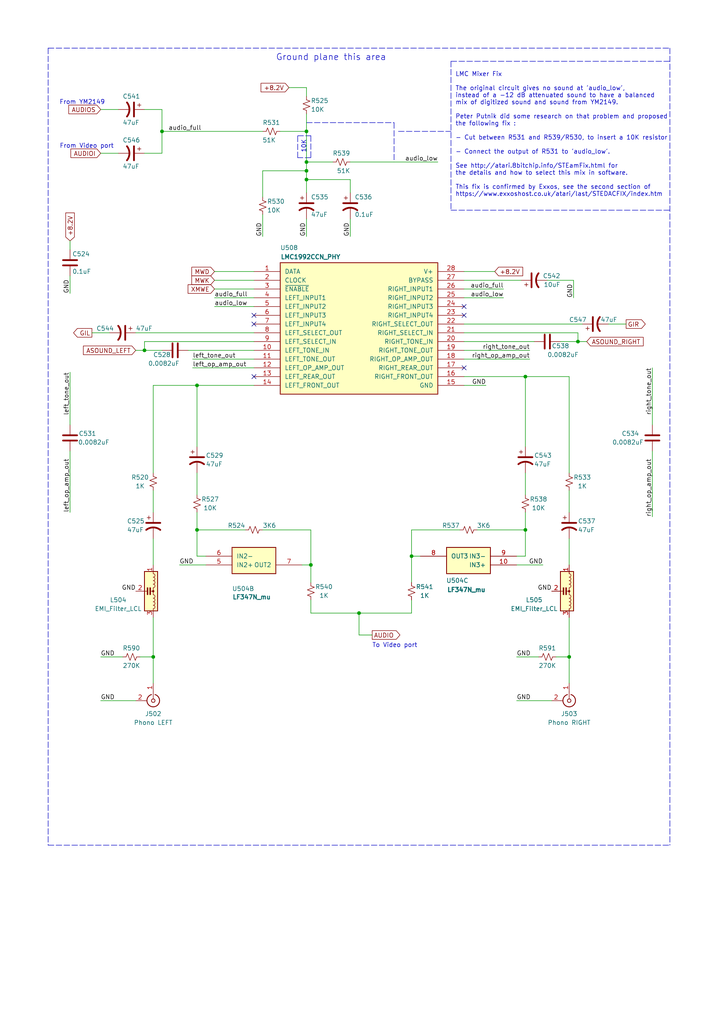
<source format=kicad_sch>
(kicad_sch (version 20230121) (generator eeschema)
  (paper "A4" portrait)
  (title_block (title "Converted schematics of Atari STE") (date "2021-08-31") (rev "1.0.0") (comment 1 "Reference : C300780-001"))
  (lib_symbols
    (symbol "Connector:Conn_Coaxial" (pin_names (offset 1.016) hide)
      (property "Reference" "J" (at 0.254 3.048 0))
      (property "Value" "Conn_Coaxial" (at 2.921 0 90))
      (symbol "Conn_Coaxial_0_1"
        (arc (start -1.778 -0.508) (mid 0.2311 -1.8066) (end 1.778 0) (stroke (width 0.254)))
        (polyline (pts (xy -2.54 0) (xy -0.508 0)))
        (polyline (pts (xy 0 -2.54) (xy 0 -1.778)))
        (circle (center 0 0) (radius 0.508) (stroke (width 0.2032)))
        (arc (start 1.778 0) (mid 0.2099 1.8101) (end -1.778 0.508) (stroke (width 0.254)))
      )
      (symbol "Conn_Coaxial_1_1"
        (pin passive line (at -5.08 0 0) (length 2.54) (name "In") (number "1"))
        (pin passive line (at 0 -5.08 90) (length 2.54) (name "Ext") (number "2"))
      )
    )
    (symbol "Device:C" (pin_numbers hide) (pin_names (offset 0.254))
      (property "Reference" "C" (at 0.635 2.54 0))
      (property "Value" "C" (at 0.635 -2.54 0))
      (symbol "C_0_1"
        (polyline (pts (xy -2.032 -0.762) (xy 2.032 -0.762)) (stroke (width 0.508)))
        (polyline (pts (xy -2.032 0.762) (xy 2.032 0.762)) (stroke (width 0.508)))
      )
      (symbol "C_1_1"
        (pin passive line (at 0 3.81 270) (length 2.794) (name "~") (number "1"))
        (pin passive line (at 0 -3.81 90) (length 2.794) (name "~") (number "2"))
      )
    )
    (symbol "Device:CP1" (pin_numbers hide) (pin_names (offset 0.254) hide)
      (property "Reference" "C" (at 0.635 2.54 0))
      (property "Value" "Device_CP1" (at 0.635 -2.54 0))
      (symbol "CP1_0_1"
        (polyline (pts (xy -2.032 0.762) (xy 2.032 0.762)) (stroke (width 0.508)))
        (polyline (pts (xy -1.778 2.286) (xy -0.762 2.286)))
        (polyline (pts (xy -1.27 1.778) (xy -1.27 2.794)))
        (arc (start 2.032 -1.27) (mid 0 -0.5572) (end -2.032 -1.27) (stroke (width 0.508)))
      )
      (symbol "CP1_1_1"
        (pin passive line (at 0 3.81 270) (length 2.794) (name "~") (number "1"))
        (pin passive line (at 0 -3.81 90) (length 3.302) (name "~") (number "2"))
      )
    )
    (symbol "Device:EMI_Filter_LCL" (pin_names (offset 0.254) hide)
      (property "Reference" "FL" (at 0 6.985 0))
      (property "Value" "Device_EMI_Filter_LCL" (at 0 5.08 0))
      (symbol "EMI_Filter_LCL_0_1"
        (rectangle (start -5.715 3.81) (end 5.715 0) (stroke (width 0.254)) (fill (type background)))
        (arc (start -4.064 2.54) (mid -4.572 3.0457) (end -5.08 2.54))
        (arc (start -3.048 2.54) (mid -3.556 3.0457) (end -4.064 2.54))
        (arc (start -2.032 2.54) (mid -2.54 3.0457) (end -3.048 2.54))
        (rectangle (start -1.016 0.762) (end 1.016 1.016) (fill (type outline)))
        (arc (start -1.016 2.54) (mid -1.524 3.0457) (end -2.032 2.54))
        (polyline (pts (xy -1.016 2.54) (xy 1.016 2.54)))
        (polyline (pts (xy 0 0.762) (xy 0 0)))
        (polyline (pts (xy 0 2.54) (xy 0 1.778)))
        (circle (center 0 2.54) (radius 0.254) (fill (type outline)))
        (rectangle (start 1.016 1.524) (end -1.016 1.778) (fill (type outline)))
        (arc (start 2.032 2.54) (mid 1.524 3.0457) (end 1.016 2.54))
        (arc (start 3.048 2.54) (mid 2.54 3.0457) (end 2.032 2.54))
        (arc (start 4.064 2.54) (mid 3.556 3.0457) (end 3.048 2.54))
        (arc (start 5.08 2.54) (mid 4.572 3.0457) (end 4.064 2.54))
      )
      (symbol "EMI_Filter_LCL_1_1"
        (pin passive line (at -7.62 2.54 0) (length 2.54) (name "1") (number "1"))
        (pin passive line (at 0 -2.54 90) (length 2.54) (name "2") (number "2"))
        (pin passive line (at 7.62 2.54 180) (length 2.54) (name "3") (number "3"))
      )
    )
    (symbol "Device:R_Small_US" (pin_numbers hide) (pin_names (offset 0.254) hide)
      (property "Reference" "R" (at 0.762 0.508 0))
      (property "Value" "R_Small_US" (at 0.762 -1.016 0))
      (symbol "R_Small_US_1_1"
        (polyline (pts (xy 0 0) (xy 1.016 -0.381) (xy 0 -0.762) (xy -1.016 -1.143) (xy 0 -1.524)))
        (polyline (pts (xy 0 1.524) (xy 1.016 1.143) (xy 0 0.762) (xy -1.016 0.381) (xy 0 0)))
        (pin passive line (at 0 2.54 270) (length 1.016) (name "~") (number "1"))
        (pin passive line (at 0 -2.54 90) (length 1.016) (name "~") (number "2"))
      )
    )
    (symbol "lf347:LF347N_mu" (pin_names (offset 1.27))
      (property "Reference" "U" (at 0 0 0))
      (property "Value" "LF347N_mu" (at 0 0 0))
      (symbol "LF347N_mu_1_0"
        (rectangle (start -6.35 0) (end 6.35 -7.62) (stroke (width 0.254)) (fill (type background)))
        (text "Operational Amplifier 1" (at -12.7 2.54 0) (effects (font (size 1.27 1.27)) (justify left top)))
        (pin output line (at 13.97 -2.54 180) (length 7.62) (name "OUT1") (number "1"))
        (pin input line (at -13.97 -2.54 0) (length 7.62) (name "IN1-") (number "2"))
        (pin input line (at -13.97 -5.08 0) (length 7.62) (name "IN1+") (number "3"))
      )
      (symbol "LF347N_mu_2_0"
        (rectangle (start -6.35 0) (end 6.35 -7.62) (stroke (width 0.254)) (fill (type background)))
        (text "Operational Amplifier 2" (at -12.7 2.54 0) (effects (font (size 1.27 1.27)) (justify left top)))
        (pin input line (at -13.97 -2.54 0) (length 7.62) (name "IN2+") (number "5"))
        (pin input line (at -13.97 -5.08 0) (length 7.62) (name "IN2-") (number "6"))
        (pin output line (at 13.97 -2.54 180) (length 7.62) (name "OUT2") (number "7"))
      )
      (symbol "LF347N_mu_3_0"
        (rectangle (start -6.35 0) (end 6.35 -7.62) (stroke (width 0.254)) (fill (type background)))
        (text "Operational Amplifier 3" (at -12.7 2.54 0) (effects (font (size 1.27 1.27)) (justify left top)))
        (pin input line (at -13.97 -5.08 0) (length 7.62) (name "IN3+") (number "10"))
        (pin output line (at 13.97 -2.54 180) (length 7.62) (name "OUT3") (number "8"))
        (pin input line (at -13.97 -2.54 0) (length 7.62) (name "IN3-") (number "9"))
      )
      (symbol "LF347N_mu_4_0"
        (rectangle (start -6.35 0) (end 6.35 -7.62) (stroke (width 0.254)) (fill (type background)))
        (text "Operational Amplifier 4" (at -12.7 2.54 0) (effects (font (size 1.27 1.27)) (justify left top)))
        (pin input line (at -13.97 -2.54 0) (length 7.62) (name "IN4+") (number "12"))
        (pin input line (at -13.97 -5.08 0) (length 7.62) (name "IN4-") (number "13"))
        (pin output line (at 13.97 -2.54 180) (length 7.62) (name "OUT4") (number "14"))
      )
      (symbol "LF347N_mu_5_0"
        (rectangle (start -2.54 0) (end 2.54 -7.62) (stroke (width 0.254)) (fill (type background)))
        (text "Voltage reference" (at -12.7 2.54 0) (effects (font (size 1.27 1.27)) (justify left top)))
        (pin input line (at -10.16 -5.08 0) (length 7.62) (name "V-") (number "11"))
        (pin input line (at -10.16 -2.54 0) (length 7.62) (name "V+") (number "4"))
      )
      (symbol "LF347N_mu_6_0"
        (rectangle (start -1.27 0) (end 1.27 -2.54) (stroke (width 0.254)) (fill (type background)))
        (text "Power supply" (at -12.7 2.54 0) (effects (font (size 1.27 1.27)) (justify left top)))
      )
    )
    (symbol "lmc1992:LMC1992CCN_PHY" (pin_names (offset 1.27))
      (property "Reference" "U" (at 0 0 0))
      (property "Value" "LMC1992CCN_PHY" (at 0 0 0))
      (symbol "LMC1992CCN_PHY_0_0"
        (rectangle (start -22.86 19.05) (end 22.86 -19.05) (stroke (width 0.254)) (fill (type background)))
        (pin input line (at -30.48 16.51 0) (length 7.62) (name "DATA") (number "1"))
        (pin input line (at -30.48 -6.35 0) (length 7.62) (name "LEFT_TONE_IN") (number "10"))
        (pin output line (at -30.48 -8.89 0) (length 7.62) (name "LEFT_TONE_OUT") (number "11"))
        (pin output line (at -30.48 -11.43 0) (length 7.62) (name "LEFT_OP_AMP_OUT") (number "12"))
        (pin output line (at -30.48 -13.97 0) (length 7.62) (name "LEFT_REAR_OUT") (number "13"))
        (pin output line (at -30.48 -16.51 0) (length 7.62) (name "LEFT_FRONT_OUT") (number "14"))
        (pin power_in line (at 30.48 -16.51 180) (length 7.62) (name "GND") (number "15"))
        (pin output line (at 30.48 -13.97 180) (length 7.62) (name "RIGHT_FRONT_OUT") (number "16"))
        (pin output line (at 30.48 -11.43 180) (length 7.62) (name "RIGHT_REAR_OUT") (number "17"))
        (pin output line (at 30.48 -8.89 180) (length 7.62) (name "RIGHT_OP_AMP_OUT") (number "18"))
        (pin output line (at 30.48 -6.35 180) (length 7.62) (name "RIGHT_TONE_OUT") (number "19"))
        (pin input line (at -30.48 13.97 0) (length 7.62) (name "CLOCK") (number "2"))
        (pin input line (at 30.48 -3.81 180) (length 7.62) (name "RIGHT_TONE_IN") (number "20"))
        (pin input line (at 30.48 -1.27 180) (length 7.62) (name "RIGHT_SELECT_IN") (number "21"))
        (pin output line (at 30.48 1.27 180) (length 7.62) (name "RIGHT_SELECT_OUT") (number "22"))
        (pin input line (at 30.48 3.81 180) (length 7.62) (name "RIGHT_INPUT4") (number "23"))
        (pin input line (at 30.48 6.35 180) (length 7.62) (name "RIGHT_INPUT3") (number "24"))
        (pin input line (at 30.48 8.89 180) (length 7.62) (name "RIGHT_INPUT2") (number "25"))
        (pin input line (at 30.48 11.43 180) (length 7.62) (name "RIGHT_INPUT1") (number "26"))
        (pin input line (at 30.48 13.97 180) (length 7.62) (name "BYPASS") (number "27"))
        (pin power_in line (at 30.48 16.51 180) (length 7.62) (name "V+") (number "28"))
        (pin input line (at -30.48 11.43 0) (length 7.62) (name "~{ENABLE}") (number "3"))
        (pin input line (at -30.48 8.89 0) (length 7.62) (name "LEFT_INPUT1") (number "4"))
        (pin input line (at -30.48 6.35 0) (length 7.62) (name "LEFT_INPUT2") (number "5"))
        (pin input line (at -30.48 3.81 0) (length 7.62) (name "LEFT_INPUT3") (number "6"))
        (pin input line (at -30.48 1.27 0) (length 7.62) (name "LEFT_INPUT4") (number "7"))
        (pin output line (at -30.48 -1.27 0) (length 7.62) (name "LEFT_SELECT_OUT") (number "8"))
        (pin input line (at -30.48 -3.81 0) (length 7.62) (name "LEFT_SELECT_IN") (number "9"))
      )
    )
  )
  (junction (at 119.38 161.29))
  (junction (at 167.64 99.06))
  (junction (at 57.15 153.67))
  (junction (at 44.45 190.5))
  (junction (at 88.9 49.53))
  (junction (at 152.4 109.22))
  (junction (at 88.9 52.07))
  (junction (at 104.14 177.8))
  (junction (at 88.9 38.1))
  (junction (at 152.4 153.67))
  (junction (at 88.9 46.99))
  (junction (at 41.91 101.6))
  (junction (at 90.17 163.83))
  (junction (at 165.1 190.5))
  (junction (at 46.99 38.1))
  (junction (at 57.15 111.76))
  (no_connect (at 73.66 109.22))
  (no_connect (at 73.66 93.98))
  (no_connect (at 134.62 91.44))
  (no_connect (at 134.62 88.9))
  (no_connect (at 73.66 91.44))
  (no_connect (at 134.62 106.68))
  (wire (pts (xy 41.91 101.6) (xy 41.91 99.06)))
  (wire (pts (xy 156.21 190.5) (xy 149.86 190.5)))
  (wire (pts (xy 88.9 49.53) (xy 88.9 52.07)))
  (wire (pts (xy 162.56 99.06) (xy 167.64 99.06)))
  (wire (pts (xy 20.32 80.01) (xy 20.32 85.09)))
  (wire (pts (xy 165.1 142.24) (xy 165.1 148.59)))
  (wire (pts (xy 88.9 33.02) (xy 88.9 38.1)))
  (wire (pts (xy 88.9 46.99) (xy 88.9 49.53)))
  (wire (pts (xy 134.62 109.22) (xy 152.4 109.22)))
  (wire (pts (xy 134.62 86.36) (xy 146.05 86.36)))
  (wire (pts (xy 57.15 137.16) (xy 57.15 143.51)))
  (wire (pts (xy 165.1 190.5) (xy 165.1 198.12)))
  (wire (pts (xy 165.1 156.21) (xy 165.1 163.83)))
  (wire (pts (xy 83.82 25.4) (xy 88.9 25.4)))
  (wire (pts (xy 73.66 101.6) (xy 54.61 101.6)))
  (wire (pts (xy 44.45 111.76) (xy 57.15 111.76)))
  (wire (pts (xy 134.62 99.06) (xy 154.94 99.06)))
  (polyline (pts (xy 13.97 245.11) (xy 194.31 245.11)) (stroke (width 0) (type dash)))
  (wire (pts (xy 55.88 106.68) (xy 73.66 106.68)))
  (wire (pts (xy 76.2 153.67) (xy 90.17 153.67)))
  (wire (pts (xy 104.14 177.8) (xy 104.14 184.15)))
  (polyline (pts (xy 86.36 39.37) (xy 90.17 39.37)) (stroke (width 0) (type dash)))
  (wire (pts (xy 62.23 88.9) (xy 73.66 88.9)))
  (wire (pts (xy 62.23 81.28) (xy 73.66 81.28)))
  (wire (pts (xy 152.4 148.59) (xy 152.4 153.67)))
  (wire (pts (xy 39.37 96.52) (xy 73.66 96.52)))
  (polyline (pts (xy 194.31 13.97) (xy 194.31 245.11)) (stroke (width 0) (type dash)))
  (wire (pts (xy 88.9 27.94) (xy 88.9 25.4)))
  (polyline (pts (xy 114.3 35.56) (xy 114.3 46.99)) (stroke (width 0) (type dash)))
  (polyline (pts (xy 88.9 35.56) (xy 114.3 35.56)) (stroke (width 0) (type dash)))
  (polyline (pts (xy 13.97 13.97) (xy 194.31 13.97)) (stroke (width 0) (type dash)))
  (wire (pts (xy 88.9 38.1) (xy 88.9 46.99)))
  (polyline (pts (xy 86.36 45.72) (xy 86.36 39.37)) (stroke (width 0) (type dash)))
  (wire (pts (xy 119.38 173.99) (xy 119.38 177.8)))
  (wire (pts (xy 152.4 137.16) (xy 152.4 143.51)))
  (wire (pts (xy 88.9 46.99) (xy 96.52 46.99)))
  (polyline (pts (xy 90.17 39.37) (xy 90.17 45.72)) (stroke (width 0) (type dash)))
  (wire (pts (xy 20.32 148.59) (xy 20.32 130.81)))
  (polyline (pts (xy 90.17 45.72) (xy 86.36 45.72)) (stroke (width 0) (type dash)))
  (wire (pts (xy 44.45 111.76) (xy 44.45 137.16)))
  (wire (pts (xy 166.37 81.28) (xy 158.75 81.28)))
  (wire (pts (xy 101.6 68.58) (xy 101.6 63.5)))
  (wire (pts (xy 90.17 153.67) (xy 90.17 163.83)))
  (wire (pts (xy 152.4 109.22) (xy 165.1 109.22)))
  (wire (pts (xy 134.62 81.28) (xy 151.13 81.28)))
  (wire (pts (xy 44.45 190.5) (xy 44.45 198.12)))
  (wire (pts (xy 26.67 96.52) (xy 31.75 96.52)))
  (wire (pts (xy 160.02 203.2) (xy 149.86 203.2)))
  (wire (pts (xy 88.9 68.58) (xy 88.9 63.5)))
  (wire (pts (xy 134.62 96.52) (xy 167.64 96.52)))
  (wire (pts (xy 57.15 111.76) (xy 73.66 111.76)))
  (wire (pts (xy 46.99 38.1) (xy 46.99 44.45)))
  (wire (pts (xy 46.99 38.1) (xy 76.2 38.1)))
  (wire (pts (xy 121.92 161.29) (xy 119.38 161.29)))
  (wire (pts (xy 134.62 93.98) (xy 168.91 93.98)))
  (wire (pts (xy 90.17 173.99) (xy 90.17 177.8)))
  (wire (pts (xy 134.62 101.6) (xy 153.67 101.6)))
  (polyline (pts (xy 130.81 60.96) (xy 194.31 60.96)) (stroke (width 0) (type dash)))
  (wire (pts (xy 134.62 104.14) (xy 153.67 104.14)))
  (wire (pts (xy 35.56 190.5) (xy 29.21 190.5)))
  (wire (pts (xy 119.38 153.67) (xy 119.38 161.29)))
  (wire (pts (xy 40.64 190.5) (xy 44.45 190.5)))
  (wire (pts (xy 29.21 31.75) (xy 34.29 31.75)))
  (wire (pts (xy 90.17 163.83) (xy 90.17 168.91)))
  (wire (pts (xy 62.23 78.74) (xy 73.66 78.74)))
  (wire (pts (xy 104.14 184.15) (xy 107.95 184.15)))
  (wire (pts (xy 134.62 78.74) (xy 143.51 78.74)))
  (wire (pts (xy 44.45 142.24) (xy 44.45 148.59)))
  (wire (pts (xy 62.23 83.82) (xy 73.66 83.82)))
  (polyline (pts (xy 130.81 17.78) (xy 194.31 17.78)) (stroke (width 0) (type dash)))
  (wire (pts (xy 41.91 44.45) (xy 46.99 44.45)))
  (wire (pts (xy 39.37 101.6) (xy 41.91 101.6)))
  (wire (pts (xy 119.38 153.67) (xy 133.35 153.67)))
  (wire (pts (xy 101.6 46.99) (xy 127 46.99)))
  (wire (pts (xy 90.17 177.8) (xy 104.14 177.8)))
  (polyline (pts (xy 115.57 38.1) (xy 130.81 38.1)) (stroke (width 0) (type dash)))
  (wire (pts (xy 57.15 111.76) (xy 57.15 129.54)))
  (wire (pts (xy 76.2 49.53) (xy 88.9 49.53)))
  (wire (pts (xy 134.62 83.82) (xy 146.05 83.82)))
  (wire (pts (xy 88.9 52.07) (xy 101.6 52.07)))
  (wire (pts (xy 20.32 123.19) (xy 20.32 107.95)))
  (wire (pts (xy 152.4 109.22) (xy 152.4 129.54)))
  (wire (pts (xy 138.43 153.67) (xy 152.4 153.67)))
  (wire (pts (xy 167.64 96.52) (xy 167.64 99.06)))
  (wire (pts (xy 20.32 72.39) (xy 20.32 69.85)))
  (polyline (pts (xy 13.97 13.97) (xy 13.97 245.11)) (stroke (width 0) (type dash)))
  (wire (pts (xy 29.21 44.45) (xy 34.29 44.45)))
  (wire (pts (xy 81.28 38.1) (xy 88.9 38.1)))
  (wire (pts (xy 76.2 49.53) (xy 76.2 57.15)))
  (wire (pts (xy 46.99 31.75) (xy 46.99 38.1)))
  (wire (pts (xy 157.48 163.83) (xy 149.86 163.83)))
  (wire (pts (xy 88.9 52.07) (xy 88.9 55.88)))
  (wire (pts (xy 57.15 153.67) (xy 57.15 161.29)))
  (wire (pts (xy 161.29 190.5) (xy 165.1 190.5)))
  (wire (pts (xy 152.4 153.67) (xy 152.4 161.29)))
  (wire (pts (xy 104.14 177.8) (xy 119.38 177.8)))
  (wire (pts (xy 101.6 52.07) (xy 101.6 55.88)))
  (wire (pts (xy 44.45 179.07) (xy 44.45 190.5)))
  (wire (pts (xy 57.15 153.67) (xy 71.12 153.67)))
  (wire (pts (xy 39.37 203.2) (xy 29.21 203.2)))
  (wire (pts (xy 41.91 31.75) (xy 46.99 31.75)))
  (wire (pts (xy 134.62 111.76) (xy 140.97 111.76)))
  (wire (pts (xy 165.1 109.22) (xy 165.1 137.16)))
  (wire (pts (xy 166.37 86.36) (xy 166.37 81.28)))
  (wire (pts (xy 165.1 179.07) (xy 165.1 190.5)))
  (wire (pts (xy 76.2 62.23) (xy 76.2 68.58)))
  (wire (pts (xy 181.61 93.98) (xy 176.53 93.98)))
  (wire (pts (xy 189.23 106.68) (xy 189.23 123.19)))
  (wire (pts (xy 57.15 161.29) (xy 59.69 161.29)))
  (wire (pts (xy 57.15 148.59) (xy 57.15 153.67)))
  (wire (pts (xy 41.91 99.06) (xy 73.66 99.06)))
  (wire (pts (xy 149.86 161.29) (xy 152.4 161.29)))
  (wire (pts (xy 41.91 101.6) (xy 46.99 101.6)))
  (wire (pts (xy 119.38 161.29) (xy 119.38 168.91)))
  (wire (pts (xy 52.07 163.83) (xy 59.69 163.83)))
  (wire (pts (xy 90.17 163.83) (xy 87.63 163.83)))
  (wire (pts (xy 189.23 130.81) (xy 189.23 149.86)))
  (wire (pts (xy 167.64 99.06) (xy 170.18 99.06)))
  (wire (pts (xy 55.88 104.14) (xy 73.66 104.14)))
  (polyline (pts (xy 130.81 17.78) (xy 130.81 60.96)) (stroke (width 0) (type dash)))
  (wire (pts (xy 62.23 86.36) (xy 73.66 86.36)))
  (wire (pts (xy 44.45 156.21) (xy 44.45 163.83)))
  (text "LMC Mixer Fix\n\nThe original circuit gives no sound at 'audio_low',\ninstead of a -12 dB attenuated sound to have a balanced\nmix of digitized sound and sound from YM2149.\n\nPeter Putnik did some research on that problem and proposed \nthe following fix :\n\n- Cut between R531 and R539/R530, to insert a 10K resistor\n  \n- Connect the output of R531 to 'audio_low'. \n\nSee http://atari.8bitchip.info/STEamFix.html for \nthe details and how to select this mix in software.\n\nThis fix is confirmed by Exxos, see the second section of\nhttps://www.exxoshost.co.uk/atari/last/STEDACFIX/index.htm\n" (at 132.08 57.15 0) (effects (font (size 1.27 1.27)) (justify left bottom)))
  (text "From YM2149" (at 30.48 30.48 0) (effects (font (size 1.27 1.27)) (justify right bottom)))
  (text "To Video port" (at 107.95 187.96 0) (effects (font (size 1.27 1.27)) (justify left bottom)))
  (text "Ground plane this area" (at 80.01 17.78 0) (effects (font (size 1.8034 1.8034)) (justify left bottom)))
  (text "From Video port" (at 33.02 43.18 0) (effects (font (size 1.27 1.27)) (justify right bottom)))
  (text "10K" (at 88.9 44.45 90) (effects (font (size 1.27 1.27)) (justify left bottom)))
  (label "GND" (at 39.37 171.45 180))
  (label "GND" (at 140.97 111.76 180))
  (label "GND" (at 149.86 190.5 0))
  (label "left_op_amp_out" (at 55.88 106.68 0))
  (label "audio_full" (at 58.42 38.1 180))
  (label "audio_low" (at 127 46.99 180))
  (label "GND" (at 101.6 68.58 90))
  (label "GND" (at 29.21 203.2 0))
  (label "GND" (at 157.48 163.83 180))
  (label "GND" (at 88.9 68.58 90))
  (label "GND" (at 149.86 203.2 0))
  (label "GND" (at 166.37 86.36 90))
  (label "GND" (at 29.21 190.5 0))
  (label "GND" (at 52.07 163.83 0))
  (label "left_op_amp_out" (at 20.32 148.59 90))
  (label "left_tone_out" (at 55.88 104.14 0))
  (label "audio_full" (at 62.23 86.36 0))
  (label "audio_low" (at 62.23 88.9 0))
  (label "left_tone_out" (at 20.32 107.95 270))
  (label "audio_low" (at 146.05 86.36 180))
  (label "right_op_amp_out" (at 189.23 149.86 90))
  (label "audio_full" (at 146.05 83.82 180))
  (label "right_tone_out" (at 153.67 101.6 180))
  (label "GND" (at 20.32 85.09 90))
  (label "right_op_amp_out" (at 153.67 104.14 180))
  (label "right_tone_out" (at 189.23 106.68 270))
  (label "GND" (at 160.02 171.45 180))
  (label "GND" (at 76.2 68.58 90))
  (global_label "+8.2V" (shape input) (at 143.51 78.74 0) (property "Intersheetrefs" "${INTERSHEET_REFS}" (effects hide)))
  (global_label "AUDIO" (shape output) (at 107.95 184.15 0) (property "Intersheetrefs" "${INTERSHEET_REFS}" (effects hide)))
  (global_label "XMWE" (shape input) (at 62.23 83.82 180) (property "Intersheetrefs" "${INTERSHEET_REFS}" (effects hide)))
  (global_label "AUDIOS" (shape input) (at 29.21 31.75 180) (property "Intersheetrefs" "${INTERSHEET_REFS}" (effects hide)))
  (global_label "+8.2V" (shape input) (at 83.82 25.4 180) (property "Intersheetrefs" "${INTERSHEET_REFS}" (effects hide)))
  (global_label "AUDIOI" (shape input) (at 29.21 44.45 180) (property "Intersheetrefs" "${INTERSHEET_REFS}" (effects hide)))
  (global_label "+8.2V" (shape input) (at 20.32 69.85 90) (property "Intersheetrefs" "${INTERSHEET_REFS}" (effects hide)))
  (global_label "GIR" (shape output) (at 181.61 93.98 0) (property "Intersheetrefs" "${INTERSHEET_REFS}" (effects hide)))
  (global_label "ASOUND_LEFT" (shape input) (at 39.37 101.6 180) (property "Intersheetrefs" "${INTERSHEET_REFS}" (effects hide)))
  (global_label "GIL" (shape output) (at 26.67 96.52 180) (property "Intersheetrefs" "${INTERSHEET_REFS}" (effects hide)))
  (global_label "MWK" (shape input) (at 62.23 81.28 180) (property "Intersheetrefs" "${INTERSHEET_REFS}" (effects hide)))
  (global_label "ASOUND_RIGHT" (shape input) (at 170.18 99.06 0) (property "Intersheetrefs" "${INTERSHEET_REFS}" (effects hide)))
  (global_label "MWD" (shape input) (at 62.23 78.74 180) (property "Intersheetrefs" "${INTERSHEET_REFS}" (effects hide)))
  (symbol (lib_id "lmc1992:LMC1992CCN_PHY") (at 104.14 95.25 0) (unit 1)
    (property "Reference" "U508" (at 81.28 71.12 0) (effects (justify left top)))
    (property "Value" "LMC1992CCN_PHY" (at 81.28 73.66 0) (effects (font bold) (justify left top)))
    (property "Footprint" "Package_DIP:DIP-28_W15.24mm_LongPads" (effects hide))
  )
  (symbol (lib_id "Device:CP1") (at 88.9 59.69 0) (unit 1)
    (property "Reference" "C535" (at 90.17 57.15 0) (effects (justify left)))
    (property "Value" "47uF" (at 90.17 62.23 0) (effects (justify left)))
    (property "Footprint" "commons_passives_THT:Passive_THT_capacitor_polarized_W6.35mm_L20.32mm" (effects hide))
  )
  (symbol (lib_id "Device:R_Small_US") (at 76.2 59.69 0) (unit 1)
    (property "Reference" "R530" (at 77.47 58.42 0) (effects (justify left)))
    (property "Value" "10K" (at 77.47 60.96 0) (effects (justify left)))
    (property "Footprint" "commons_passives_THT:Passive_THT_resistor_W2.54mm_L12.70mm" (effects hide))
  )
  (symbol (lib_id "Device:CP1") (at 101.6 59.69 0) (unit 1)
    (property "Reference" "C536" (at 102.87 57.15 0) (effects (justify left)))
    (property "Value" "0.1uF" (at 102.87 62.23 0) (effects (justify left)))
    (property "Footprint" "commons_passives_THT:Passive_THT_capacitor_mlcc_W2.54mm_L7.62mm" (effects hide))
  )
  (symbol (lib_id "Device:CP1") (at 38.1 31.75 270) (unit 1)
    (property "Reference" "C541" (at 35.56 27.94 90) (effects (justify left)))
    (property "Value" "47uF" (at 35.56 35.56 90) (effects (justify left)))
    (property "Footprint" "commons_passives_THT:Passive_THT_capacitor_polarized_W6.35mm_L20.32mm" (effects hide))
  )
  (symbol (lib_id "Device:CP1") (at 38.1 44.45 270) (unit 1)
    (property "Reference" "C546" (at 35.56 40.64 90) (effects (justify left)))
    (property "Value" "47uF" (at 35.56 48.26 90) (effects (justify left)))
    (property "Footprint" "commons_passives_THT:Passive_THT_capacitor_polarized_W6.35mm_L20.32mm" (effects hide))
  )
  (symbol (lib_id "Device:CP1") (at 35.56 96.52 270) (unit 1)
    (property "Reference" "C544" (at 27.94 95.25 90) (effects (justify left)))
    (property "Value" "47uF" (at 39.37 95.25 90) (effects (justify left)))
    (property "Footprint" "commons_passives_THT:Passive_THT_capacitor_polarized_W6.35mm_L20.32mm" (effects hide))
  )
  (symbol (lib_id "Device:CP1") (at 172.72 93.98 90) (unit 1)
    (property "Reference" "C547" (at 170.18 92.71 90) (effects (justify left)))
    (property "Value" "47uF" (at 179.07 92.71 90) (effects (justify left)))
    (property "Footprint" "commons_passives_THT:Passive_THT_capacitor_polarized_W6.35mm_L20.32mm" (effects hide))
  )
  (symbol (lib_id "Device:R_Small_US") (at 88.9 30.48 0) (unit 1)
    (property "Reference" "R525" (at 90.17 29.21 0) (effects (justify left)))
    (property "Value" "10K" (at 90.17 31.75 0) (effects (justify left)))
    (property "Footprint" "commons_passives_THT:Passive_THT_resistor_W2.54mm_L12.70mm" (effects hide))
  )
  (symbol (lib_id "Device:R_Small_US") (at 78.74 38.1 90) (unit 1)
    (property "Reference" "R531" (at 81.28 35.56 90) (effects (justify left)))
    (property "Value" "51K" (at 80.01 40.64 90) (effects (justify left)))
    (property "Footprint" "commons_passives_THT:Passive_THT_resistor_W2.54mm_L12.70mm" (effects hide))
  )
  (symbol (lib_id "Device:R_Small_US") (at 99.06 46.99 90) (unit 1)
    (property "Reference" "R539" (at 101.6 44.45 90) (effects (justify left)))
    (property "Value" "51K" (at 101.6 49.53 90) (effects (justify left)))
    (property "Footprint" "commons_passives_THT:Passive_THT_resistor_W2.54mm_L12.70mm" (effects hide))
  )
  (symbol (lib_id "Device:C") (at 50.8 101.6 90) (unit 1)
    (property "Reference" "C528" (at 49.53 102.87 90) (effects (justify left)))
    (property "Value" "0.0082uF" (at 52.07 105.41 90) (effects (justify left)))
    (property "Footprint" "commons_passives_THT:Passive_THT_capacitor_mlcc_W2.54mm_L10.16mm" (effects hide))
  )
  (symbol (lib_id "Device:C") (at 20.32 127 180) (unit 1)
    (property "Reference" "C531" (at 27.94 125.73 0) (effects (justify left)))
    (property "Value" "0.0082uF" (at 31.75 128.27 0) (effects (justify left)))
    (property "Footprint" "commons_passives_THT:Passive_THT_capacitor_mlcc_W2.54mm_L10.16mm" (effects hide))
  )
  (symbol (lib_id "Device:C") (at 189.23 127 180) (unit 1)
    (property "Reference" "C534" (at 185.42 125.73 0) (effects (justify left)))
    (property "Value" "0.0082uF" (at 186.69 128.27 0) (effects (justify left)))
    (property "Footprint" "commons_passives_THT:Passive_THT_capacitor_mlcc_W2.54mm_L10.16mm" (effects hide))
  )
  (symbol (lib_id "Device:C") (at 158.75 99.06 270) (unit 1)
    (property "Reference" "C538" (at 160.02 100.33 90) (effects (justify left)))
    (property "Value" "0.0082uF" (at 158.75 102.87 90) (effects (justify left)))
    (property "Footprint" "commons_passives_THT:Passive_THT_capacitor_mlcc_W2.54mm_L10.16mm" (effects hide))
  )
  (symbol (lib_id "Device:C") (at 20.32 76.2 0) (unit 1)
    (property "Reference" "C524" (at 20.955 73.66 0) (effects (justify left)))
    (property "Value" "0.1uF" (at 20.955 78.74 0) (effects (justify left)))
    (property "Footprint" "commons_passives_THT:Passive_THT_capacitor_mlcc_W2.54mm_L7.62mm" (effects hide))
  )
  (symbol (lib_id "Device:R_Small_US") (at 44.45 139.7 180) (unit 1)
    (property "Reference" "R520" (at 40.64 138.43 0))
    (property "Value" "1K" (at 40.64 140.97 0))
    (property "Footprint" "commons_passives_THT:Passive_THT_resistor_W2.54mm_L12.70mm" (effects hide))
  )
  (symbol (lib_id "Device:CP1") (at 44.45 152.4 0) (unit 1)
    (property "Reference" "C525" (at 36.83 151.13 0) (effects (justify left)))
    (property "Value" "47uF" (at 36.83 153.67 0) (effects (justify left)))
    (property "Footprint" "commons_passives_THT:Passive_THT_capacitor_polarized_W6.35mm_L20.32mm" (effects hide))
  )
  (symbol (lib_id "Device:EMI_Filter_LCL") (at 41.91 171.45 270) (unit 1)
    (property "Reference" "L504" (at 34.29 173.99 90))
    (property "Value" "EMI_Filter_LCL" (at 34.29 176.53 90))
    (property "Footprint" "commons_passives_THT:Passive_THT_EMI_filter_W5.08mm_L7.62mm" (effects hide))
    (property "Datasheet" "http://www.murata.com/~/media/webrenewal/support/library/catalog/products/emc/emifil/c31e.ashx?la=en-gb" (effects hide))
  )
  (symbol (lib_id "Device:R_Small_US") (at 38.1 190.5 270) (unit 1)
    (property "Reference" "R590" (at 35.56 187.96 90) (effects (justify left)))
    (property "Value" "270K" (at 35.56 193.04 90) (effects (justify left)))
    (property "Footprint" "commons_passives_THT:Passive_THT_resistor_W2.54mm_L12.70mm" (effects hide))
  )
  (symbol (lib_id "Connector:Conn_Coaxial") (at 44.45 203.2 270) (unit 1)
    (property "Reference" "J502" (at 44.45 207.01 90))
    (property "Value" "Phono LEFT" (at 44.45 209.55 90))
    (property "Footprint" "atari-interconnect:socket-rca-5-pins" (effects hide))
    (property "Datasheet" " ~" (effects hide))
  )
  (symbol (lib_id "Device:R_Small_US") (at 165.1 139.7 180) (unit 1)
    (property "Reference" "R533" (at 168.91 138.43 0))
    (property "Value" "1K" (at 168.91 140.97 0))
    (property "Footprint" "commons_passives_THT:Passive_THT_resistor_W2.54mm_L12.70mm" (effects hide))
  )
  (symbol (lib_id "Device:CP1") (at 165.1 152.4 0) (unit 1)
    (property "Reference" "C537" (at 167.64 151.13 0) (effects (justify left)))
    (property "Value" "47uF" (at 167.64 153.67 0) (effects (justify left)))
    (property "Footprint" "commons_passives_THT:Passive_THT_capacitor_polarized_W6.35mm_L20.32mm" (effects hide))
  )
  (symbol (lib_id "Device:EMI_Filter_LCL") (at 162.56 171.45 270) (unit 1)
    (property "Reference" "L505" (at 154.94 173.99 90))
    (property "Value" "EMI_Filter_LCL" (at 154.94 176.53 90))
    (property "Footprint" "commons_passives_THT:Passive_THT_EMI_filter_W5.08mm_L7.62mm" (effects hide))
    (property "Datasheet" "http://www.murata.com/~/media/webrenewal/support/library/catalog/products/emc/emifil/c31e.ashx?la=en-gb" (effects hide))
  )
  (symbol (lib_id "Device:R_Small_US") (at 158.75 190.5 270) (unit 1)
    (property "Reference" "R591" (at 156.21 187.96 90) (effects (justify left)))
    (property "Value" "270K" (at 156.21 193.04 90) (effects (justify left)))
    (property "Footprint" "commons_passives_THT:Passive_THT_resistor_W2.54mm_L12.70mm" (effects hide))
  )
  (symbol (lib_id "Connector:Conn_Coaxial") (at 165.1 203.2 270) (unit 1)
    (property "Reference" "J503" (at 165.1 207.01 90))
    (property "Value" "Phono RIGHT" (at 165.1 209.55 90))
    (property "Footprint" "atari-interconnect:socket-rca-5-pins" (effects hide))
    (property "Datasheet" " ~" (effects hide))
  )
  (symbol (lib_id "Device:CP1") (at 57.15 133.35 0) (unit 1)
    (property "Reference" "C529" (at 59.69 132.08 0) (effects (justify left)))
    (property "Value" "47uF" (at 59.69 134.62 0) (effects (justify left)))
    (property "Footprint" "commons_passives_THT:Passive_THT_capacitor_polarized_W6.35mm_L20.32mm" (effects hide))
  )
  (symbol (lib_id "Device:R_Small_US") (at 57.15 146.05 180) (unit 1)
    (property "Reference" "R527" (at 60.96 144.78 0))
    (property "Value" "10K" (at 60.96 147.32 0))
    (property "Footprint" "commons_passives_THT:Passive_THT_resistor_W2.54mm_L12.70mm" (effects hide))
  )
  (symbol (lib_id "Device:R_Small_US") (at 73.66 153.67 270) (unit 1)
    (property "Reference" "R524" (at 66.04 152.4 90) (effects (justify left)))
    (property "Value" "3K6" (at 76.2 152.4 90) (effects (justify left)))
    (property "Footprint" "commons_passives_THT:Passive_THT_resistor_W2.54mm_L12.70mm" (effects hide))
  )
  (symbol (lib_id "Device:R_Small_US") (at 90.17 171.45 180) (unit 1)
    (property "Reference" "R540" (at 93.98 170.18 0))
    (property "Value" "1K" (at 93.98 172.72 0))
    (property "Footprint" "commons_passives_THT:Passive_THT_resistor_W2.54mm_L12.70mm" (effects hide))
  )
  (symbol (lib_id "Device:CP1") (at 152.4 133.35 0) (unit 1)
    (property "Reference" "C543" (at 154.94 132.08 0) (effects (justify left)))
    (property "Value" "47uF" (at 154.94 134.62 0) (effects (justify left)))
    (property "Footprint" "commons_passives_THT:Passive_THT_capacitor_polarized_W6.35mm_L20.32mm" (effects hide))
  )
  (symbol (lib_id "Device:R_Small_US") (at 152.4 146.05 180) (unit 1)
    (property "Reference" "R538" (at 156.21 144.78 0))
    (property "Value" "10K" (at 156.21 147.32 0))
    (property "Footprint" "commons_passives_THT:Passive_THT_resistor_W2.54mm_L12.70mm" (effects hide))
  )
  (symbol (lib_id "Device:R_Small_US") (at 135.89 153.67 90) (unit 1)
    (property "Reference" "R537" (at 133.35 152.4 90) (effects (justify left)))
    (property "Value" "3K6" (at 142.24 152.4 90) (effects (justify left)))
    (property "Footprint" "commons_passives_THT:Passive_THT_resistor_W2.54mm_L12.70mm" (effects hide))
  )
  (symbol (lib_id "Device:R_Small_US") (at 119.38 171.45 180) (unit 1)
    (property "Reference" "R541" (at 123.19 170.18 0))
    (property "Value" "1K" (at 123.19 172.72 0))
    (property "Footprint" "commons_passives_THT:Passive_THT_resistor_W2.54mm_L12.70mm" (effects hide))
  )
  (symbol (lib_id "lf347:LF347N_mu") (at 73.66 166.37 0) (mirror x) (unit 2)
    (property "Reference" "U504" (at 67.31 171.45 0) (effects (justify left top)))
    (property "Value" "LF347N_mu" (at 67.31 173.99 0) (effects (font bold) (justify left top)))
    (property "Footprint" "Package_DIP:DIP-14_W7.62mm_LongPads" (effects hide))
  )
  (symbol (lib_id "lf347:LF347N_mu") (at 135.89 158.75 0) (mirror y) (unit 3)
    (property "Reference" "U504" (at 135.89 167.64 0) (effects (justify left top)))
    (property "Value" "LF347N_mu" (at 140.97 170.18 0) (effects (font bold) (justify left top)))
    (property "Footprint" "Package_DIP:DIP-14_W7.62mm_LongPads" (effects hide))
  )
  (symbol (lib_id "Device:CP1") (at 154.94 81.28 90) (unit 1)
    (property "Reference" "C542" (at 162.56 80.01 90) (effects (justify left)))
    (property "Value" "10uF" (at 162.56 82.55 90) (effects (justify left)))
    (property "Footprint" "commons_passives_THT:Passive_THT_capacitor_polarized_W5.08mm_L17.78mm" (effects hide))
  )
)
</source>
